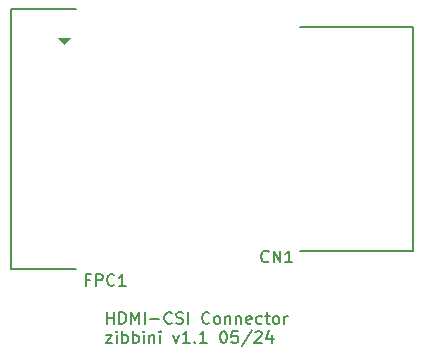
<source format=gbr>
%TF.GenerationSoftware,KiCad,Pcbnew,8.0.2*%
%TF.CreationDate,2024-06-01T15:43:41+01:00*%
%TF.ProjectId,hdmi-csi,68646d69-2d63-4736-992e-6b696361645f,rev?*%
%TF.SameCoordinates,Original*%
%TF.FileFunction,Legend,Top*%
%TF.FilePolarity,Positive*%
%FSLAX46Y46*%
G04 Gerber Fmt 4.6, Leading zero omitted, Abs format (unit mm)*
G04 Created by KiCad (PCBNEW 8.0.2) date 2024-06-01 15:43:41*
%MOMM*%
%LPD*%
G01*
G04 APERTURE LIST*
%ADD10C,0.150000*%
%ADD11C,0.100000*%
G04 APERTURE END LIST*
D10*
X161136779Y-84659875D02*
X161136779Y-83659875D01*
X161136779Y-84136065D02*
X161708207Y-84136065D01*
X161708207Y-84659875D02*
X161708207Y-83659875D01*
X162184398Y-84659875D02*
X162184398Y-83659875D01*
X162184398Y-83659875D02*
X162422493Y-83659875D01*
X162422493Y-83659875D02*
X162565350Y-83707494D01*
X162565350Y-83707494D02*
X162660588Y-83802732D01*
X162660588Y-83802732D02*
X162708207Y-83897970D01*
X162708207Y-83897970D02*
X162755826Y-84088446D01*
X162755826Y-84088446D02*
X162755826Y-84231303D01*
X162755826Y-84231303D02*
X162708207Y-84421779D01*
X162708207Y-84421779D02*
X162660588Y-84517017D01*
X162660588Y-84517017D02*
X162565350Y-84612256D01*
X162565350Y-84612256D02*
X162422493Y-84659875D01*
X162422493Y-84659875D02*
X162184398Y-84659875D01*
X163184398Y-84659875D02*
X163184398Y-83659875D01*
X163184398Y-83659875D02*
X163517731Y-84374160D01*
X163517731Y-84374160D02*
X163851064Y-83659875D01*
X163851064Y-83659875D02*
X163851064Y-84659875D01*
X164327255Y-84659875D02*
X164327255Y-83659875D01*
X164803445Y-84278922D02*
X165565350Y-84278922D01*
X166612968Y-84564636D02*
X166565349Y-84612256D01*
X166565349Y-84612256D02*
X166422492Y-84659875D01*
X166422492Y-84659875D02*
X166327254Y-84659875D01*
X166327254Y-84659875D02*
X166184397Y-84612256D01*
X166184397Y-84612256D02*
X166089159Y-84517017D01*
X166089159Y-84517017D02*
X166041540Y-84421779D01*
X166041540Y-84421779D02*
X165993921Y-84231303D01*
X165993921Y-84231303D02*
X165993921Y-84088446D01*
X165993921Y-84088446D02*
X166041540Y-83897970D01*
X166041540Y-83897970D02*
X166089159Y-83802732D01*
X166089159Y-83802732D02*
X166184397Y-83707494D01*
X166184397Y-83707494D02*
X166327254Y-83659875D01*
X166327254Y-83659875D02*
X166422492Y-83659875D01*
X166422492Y-83659875D02*
X166565349Y-83707494D01*
X166565349Y-83707494D02*
X166612968Y-83755113D01*
X166993921Y-84612256D02*
X167136778Y-84659875D01*
X167136778Y-84659875D02*
X167374873Y-84659875D01*
X167374873Y-84659875D02*
X167470111Y-84612256D01*
X167470111Y-84612256D02*
X167517730Y-84564636D01*
X167517730Y-84564636D02*
X167565349Y-84469398D01*
X167565349Y-84469398D02*
X167565349Y-84374160D01*
X167565349Y-84374160D02*
X167517730Y-84278922D01*
X167517730Y-84278922D02*
X167470111Y-84231303D01*
X167470111Y-84231303D02*
X167374873Y-84183684D01*
X167374873Y-84183684D02*
X167184397Y-84136065D01*
X167184397Y-84136065D02*
X167089159Y-84088446D01*
X167089159Y-84088446D02*
X167041540Y-84040827D01*
X167041540Y-84040827D02*
X166993921Y-83945589D01*
X166993921Y-83945589D02*
X166993921Y-83850351D01*
X166993921Y-83850351D02*
X167041540Y-83755113D01*
X167041540Y-83755113D02*
X167089159Y-83707494D01*
X167089159Y-83707494D02*
X167184397Y-83659875D01*
X167184397Y-83659875D02*
X167422492Y-83659875D01*
X167422492Y-83659875D02*
X167565349Y-83707494D01*
X167993921Y-84659875D02*
X167993921Y-83659875D01*
X169803444Y-84564636D02*
X169755825Y-84612256D01*
X169755825Y-84612256D02*
X169612968Y-84659875D01*
X169612968Y-84659875D02*
X169517730Y-84659875D01*
X169517730Y-84659875D02*
X169374873Y-84612256D01*
X169374873Y-84612256D02*
X169279635Y-84517017D01*
X169279635Y-84517017D02*
X169232016Y-84421779D01*
X169232016Y-84421779D02*
X169184397Y-84231303D01*
X169184397Y-84231303D02*
X169184397Y-84088446D01*
X169184397Y-84088446D02*
X169232016Y-83897970D01*
X169232016Y-83897970D02*
X169279635Y-83802732D01*
X169279635Y-83802732D02*
X169374873Y-83707494D01*
X169374873Y-83707494D02*
X169517730Y-83659875D01*
X169517730Y-83659875D02*
X169612968Y-83659875D01*
X169612968Y-83659875D02*
X169755825Y-83707494D01*
X169755825Y-83707494D02*
X169803444Y-83755113D01*
X170374873Y-84659875D02*
X170279635Y-84612256D01*
X170279635Y-84612256D02*
X170232016Y-84564636D01*
X170232016Y-84564636D02*
X170184397Y-84469398D01*
X170184397Y-84469398D02*
X170184397Y-84183684D01*
X170184397Y-84183684D02*
X170232016Y-84088446D01*
X170232016Y-84088446D02*
X170279635Y-84040827D01*
X170279635Y-84040827D02*
X170374873Y-83993208D01*
X170374873Y-83993208D02*
X170517730Y-83993208D01*
X170517730Y-83993208D02*
X170612968Y-84040827D01*
X170612968Y-84040827D02*
X170660587Y-84088446D01*
X170660587Y-84088446D02*
X170708206Y-84183684D01*
X170708206Y-84183684D02*
X170708206Y-84469398D01*
X170708206Y-84469398D02*
X170660587Y-84564636D01*
X170660587Y-84564636D02*
X170612968Y-84612256D01*
X170612968Y-84612256D02*
X170517730Y-84659875D01*
X170517730Y-84659875D02*
X170374873Y-84659875D01*
X171136778Y-83993208D02*
X171136778Y-84659875D01*
X171136778Y-84088446D02*
X171184397Y-84040827D01*
X171184397Y-84040827D02*
X171279635Y-83993208D01*
X171279635Y-83993208D02*
X171422492Y-83993208D01*
X171422492Y-83993208D02*
X171517730Y-84040827D01*
X171517730Y-84040827D02*
X171565349Y-84136065D01*
X171565349Y-84136065D02*
X171565349Y-84659875D01*
X172041540Y-83993208D02*
X172041540Y-84659875D01*
X172041540Y-84088446D02*
X172089159Y-84040827D01*
X172089159Y-84040827D02*
X172184397Y-83993208D01*
X172184397Y-83993208D02*
X172327254Y-83993208D01*
X172327254Y-83993208D02*
X172422492Y-84040827D01*
X172422492Y-84040827D02*
X172470111Y-84136065D01*
X172470111Y-84136065D02*
X172470111Y-84659875D01*
X173327254Y-84612256D02*
X173232016Y-84659875D01*
X173232016Y-84659875D02*
X173041540Y-84659875D01*
X173041540Y-84659875D02*
X172946302Y-84612256D01*
X172946302Y-84612256D02*
X172898683Y-84517017D01*
X172898683Y-84517017D02*
X172898683Y-84136065D01*
X172898683Y-84136065D02*
X172946302Y-84040827D01*
X172946302Y-84040827D02*
X173041540Y-83993208D01*
X173041540Y-83993208D02*
X173232016Y-83993208D01*
X173232016Y-83993208D02*
X173327254Y-84040827D01*
X173327254Y-84040827D02*
X173374873Y-84136065D01*
X173374873Y-84136065D02*
X173374873Y-84231303D01*
X173374873Y-84231303D02*
X172898683Y-84326541D01*
X174232016Y-84612256D02*
X174136778Y-84659875D01*
X174136778Y-84659875D02*
X173946302Y-84659875D01*
X173946302Y-84659875D02*
X173851064Y-84612256D01*
X173851064Y-84612256D02*
X173803445Y-84564636D01*
X173803445Y-84564636D02*
X173755826Y-84469398D01*
X173755826Y-84469398D02*
X173755826Y-84183684D01*
X173755826Y-84183684D02*
X173803445Y-84088446D01*
X173803445Y-84088446D02*
X173851064Y-84040827D01*
X173851064Y-84040827D02*
X173946302Y-83993208D01*
X173946302Y-83993208D02*
X174136778Y-83993208D01*
X174136778Y-83993208D02*
X174232016Y-84040827D01*
X174517731Y-83993208D02*
X174898683Y-83993208D01*
X174660588Y-83659875D02*
X174660588Y-84517017D01*
X174660588Y-84517017D02*
X174708207Y-84612256D01*
X174708207Y-84612256D02*
X174803445Y-84659875D01*
X174803445Y-84659875D02*
X174898683Y-84659875D01*
X175374874Y-84659875D02*
X175279636Y-84612256D01*
X175279636Y-84612256D02*
X175232017Y-84564636D01*
X175232017Y-84564636D02*
X175184398Y-84469398D01*
X175184398Y-84469398D02*
X175184398Y-84183684D01*
X175184398Y-84183684D02*
X175232017Y-84088446D01*
X175232017Y-84088446D02*
X175279636Y-84040827D01*
X175279636Y-84040827D02*
X175374874Y-83993208D01*
X175374874Y-83993208D02*
X175517731Y-83993208D01*
X175517731Y-83993208D02*
X175612969Y-84040827D01*
X175612969Y-84040827D02*
X175660588Y-84088446D01*
X175660588Y-84088446D02*
X175708207Y-84183684D01*
X175708207Y-84183684D02*
X175708207Y-84469398D01*
X175708207Y-84469398D02*
X175660588Y-84564636D01*
X175660588Y-84564636D02*
X175612969Y-84612256D01*
X175612969Y-84612256D02*
X175517731Y-84659875D01*
X175517731Y-84659875D02*
X175374874Y-84659875D01*
X176136779Y-84659875D02*
X176136779Y-83993208D01*
X176136779Y-84183684D02*
X176184398Y-84088446D01*
X176184398Y-84088446D02*
X176232017Y-84040827D01*
X176232017Y-84040827D02*
X176327255Y-83993208D01*
X176327255Y-83993208D02*
X176422493Y-83993208D01*
X161041541Y-85603152D02*
X161565350Y-85603152D01*
X161565350Y-85603152D02*
X161041541Y-86269819D01*
X161041541Y-86269819D02*
X161565350Y-86269819D01*
X161946303Y-86269819D02*
X161946303Y-85603152D01*
X161946303Y-85269819D02*
X161898684Y-85317438D01*
X161898684Y-85317438D02*
X161946303Y-85365057D01*
X161946303Y-85365057D02*
X161993922Y-85317438D01*
X161993922Y-85317438D02*
X161946303Y-85269819D01*
X161946303Y-85269819D02*
X161946303Y-85365057D01*
X162422493Y-86269819D02*
X162422493Y-85269819D01*
X162422493Y-85650771D02*
X162517731Y-85603152D01*
X162517731Y-85603152D02*
X162708207Y-85603152D01*
X162708207Y-85603152D02*
X162803445Y-85650771D01*
X162803445Y-85650771D02*
X162851064Y-85698390D01*
X162851064Y-85698390D02*
X162898683Y-85793628D01*
X162898683Y-85793628D02*
X162898683Y-86079342D01*
X162898683Y-86079342D02*
X162851064Y-86174580D01*
X162851064Y-86174580D02*
X162803445Y-86222200D01*
X162803445Y-86222200D02*
X162708207Y-86269819D01*
X162708207Y-86269819D02*
X162517731Y-86269819D01*
X162517731Y-86269819D02*
X162422493Y-86222200D01*
X163327255Y-86269819D02*
X163327255Y-85269819D01*
X163327255Y-85650771D02*
X163422493Y-85603152D01*
X163422493Y-85603152D02*
X163612969Y-85603152D01*
X163612969Y-85603152D02*
X163708207Y-85650771D01*
X163708207Y-85650771D02*
X163755826Y-85698390D01*
X163755826Y-85698390D02*
X163803445Y-85793628D01*
X163803445Y-85793628D02*
X163803445Y-86079342D01*
X163803445Y-86079342D02*
X163755826Y-86174580D01*
X163755826Y-86174580D02*
X163708207Y-86222200D01*
X163708207Y-86222200D02*
X163612969Y-86269819D01*
X163612969Y-86269819D02*
X163422493Y-86269819D01*
X163422493Y-86269819D02*
X163327255Y-86222200D01*
X164232017Y-86269819D02*
X164232017Y-85603152D01*
X164232017Y-85269819D02*
X164184398Y-85317438D01*
X164184398Y-85317438D02*
X164232017Y-85365057D01*
X164232017Y-85365057D02*
X164279636Y-85317438D01*
X164279636Y-85317438D02*
X164232017Y-85269819D01*
X164232017Y-85269819D02*
X164232017Y-85365057D01*
X164708207Y-85603152D02*
X164708207Y-86269819D01*
X164708207Y-85698390D02*
X164755826Y-85650771D01*
X164755826Y-85650771D02*
X164851064Y-85603152D01*
X164851064Y-85603152D02*
X164993921Y-85603152D01*
X164993921Y-85603152D02*
X165089159Y-85650771D01*
X165089159Y-85650771D02*
X165136778Y-85746009D01*
X165136778Y-85746009D02*
X165136778Y-86269819D01*
X165612969Y-86269819D02*
X165612969Y-85603152D01*
X165612969Y-85269819D02*
X165565350Y-85317438D01*
X165565350Y-85317438D02*
X165612969Y-85365057D01*
X165612969Y-85365057D02*
X165660588Y-85317438D01*
X165660588Y-85317438D02*
X165612969Y-85269819D01*
X165612969Y-85269819D02*
X165612969Y-85365057D01*
X166755826Y-85603152D02*
X166993921Y-86269819D01*
X166993921Y-86269819D02*
X167232016Y-85603152D01*
X168136778Y-86269819D02*
X167565350Y-86269819D01*
X167851064Y-86269819D02*
X167851064Y-85269819D01*
X167851064Y-85269819D02*
X167755826Y-85412676D01*
X167755826Y-85412676D02*
X167660588Y-85507914D01*
X167660588Y-85507914D02*
X167565350Y-85555533D01*
X168565350Y-86174580D02*
X168612969Y-86222200D01*
X168612969Y-86222200D02*
X168565350Y-86269819D01*
X168565350Y-86269819D02*
X168517731Y-86222200D01*
X168517731Y-86222200D02*
X168565350Y-86174580D01*
X168565350Y-86174580D02*
X168565350Y-86269819D01*
X169565349Y-86269819D02*
X168993921Y-86269819D01*
X169279635Y-86269819D02*
X169279635Y-85269819D01*
X169279635Y-85269819D02*
X169184397Y-85412676D01*
X169184397Y-85412676D02*
X169089159Y-85507914D01*
X169089159Y-85507914D02*
X168993921Y-85555533D01*
X170946302Y-85269819D02*
X171041540Y-85269819D01*
X171041540Y-85269819D02*
X171136778Y-85317438D01*
X171136778Y-85317438D02*
X171184397Y-85365057D01*
X171184397Y-85365057D02*
X171232016Y-85460295D01*
X171232016Y-85460295D02*
X171279635Y-85650771D01*
X171279635Y-85650771D02*
X171279635Y-85888866D01*
X171279635Y-85888866D02*
X171232016Y-86079342D01*
X171232016Y-86079342D02*
X171184397Y-86174580D01*
X171184397Y-86174580D02*
X171136778Y-86222200D01*
X171136778Y-86222200D02*
X171041540Y-86269819D01*
X171041540Y-86269819D02*
X170946302Y-86269819D01*
X170946302Y-86269819D02*
X170851064Y-86222200D01*
X170851064Y-86222200D02*
X170803445Y-86174580D01*
X170803445Y-86174580D02*
X170755826Y-86079342D01*
X170755826Y-86079342D02*
X170708207Y-85888866D01*
X170708207Y-85888866D02*
X170708207Y-85650771D01*
X170708207Y-85650771D02*
X170755826Y-85460295D01*
X170755826Y-85460295D02*
X170803445Y-85365057D01*
X170803445Y-85365057D02*
X170851064Y-85317438D01*
X170851064Y-85317438D02*
X170946302Y-85269819D01*
X172184397Y-85269819D02*
X171708207Y-85269819D01*
X171708207Y-85269819D02*
X171660588Y-85746009D01*
X171660588Y-85746009D02*
X171708207Y-85698390D01*
X171708207Y-85698390D02*
X171803445Y-85650771D01*
X171803445Y-85650771D02*
X172041540Y-85650771D01*
X172041540Y-85650771D02*
X172136778Y-85698390D01*
X172136778Y-85698390D02*
X172184397Y-85746009D01*
X172184397Y-85746009D02*
X172232016Y-85841247D01*
X172232016Y-85841247D02*
X172232016Y-86079342D01*
X172232016Y-86079342D02*
X172184397Y-86174580D01*
X172184397Y-86174580D02*
X172136778Y-86222200D01*
X172136778Y-86222200D02*
X172041540Y-86269819D01*
X172041540Y-86269819D02*
X171803445Y-86269819D01*
X171803445Y-86269819D02*
X171708207Y-86222200D01*
X171708207Y-86222200D02*
X171660588Y-86174580D01*
X173374873Y-85222200D02*
X172517731Y-86507914D01*
X173660588Y-85365057D02*
X173708207Y-85317438D01*
X173708207Y-85317438D02*
X173803445Y-85269819D01*
X173803445Y-85269819D02*
X174041540Y-85269819D01*
X174041540Y-85269819D02*
X174136778Y-85317438D01*
X174136778Y-85317438D02*
X174184397Y-85365057D01*
X174184397Y-85365057D02*
X174232016Y-85460295D01*
X174232016Y-85460295D02*
X174232016Y-85555533D01*
X174232016Y-85555533D02*
X174184397Y-85698390D01*
X174184397Y-85698390D02*
X173612969Y-86269819D01*
X173612969Y-86269819D02*
X174232016Y-86269819D01*
X175089159Y-85603152D02*
X175089159Y-86269819D01*
X174851064Y-85222200D02*
X174612969Y-85936485D01*
X174612969Y-85936485D02*
X175232016Y-85936485D01*
X159666666Y-80931009D02*
X159333333Y-80931009D01*
X159333333Y-81454819D02*
X159333333Y-80454819D01*
X159333333Y-80454819D02*
X159809523Y-80454819D01*
X160190476Y-81454819D02*
X160190476Y-80454819D01*
X160190476Y-80454819D02*
X160571428Y-80454819D01*
X160571428Y-80454819D02*
X160666666Y-80502438D01*
X160666666Y-80502438D02*
X160714285Y-80550057D01*
X160714285Y-80550057D02*
X160761904Y-80645295D01*
X160761904Y-80645295D02*
X160761904Y-80788152D01*
X160761904Y-80788152D02*
X160714285Y-80883390D01*
X160714285Y-80883390D02*
X160666666Y-80931009D01*
X160666666Y-80931009D02*
X160571428Y-80978628D01*
X160571428Y-80978628D02*
X160190476Y-80978628D01*
X161761904Y-81359580D02*
X161714285Y-81407200D01*
X161714285Y-81407200D02*
X161571428Y-81454819D01*
X161571428Y-81454819D02*
X161476190Y-81454819D01*
X161476190Y-81454819D02*
X161333333Y-81407200D01*
X161333333Y-81407200D02*
X161238095Y-81311961D01*
X161238095Y-81311961D02*
X161190476Y-81216723D01*
X161190476Y-81216723D02*
X161142857Y-81026247D01*
X161142857Y-81026247D02*
X161142857Y-80883390D01*
X161142857Y-80883390D02*
X161190476Y-80692914D01*
X161190476Y-80692914D02*
X161238095Y-80597676D01*
X161238095Y-80597676D02*
X161333333Y-80502438D01*
X161333333Y-80502438D02*
X161476190Y-80454819D01*
X161476190Y-80454819D02*
X161571428Y-80454819D01*
X161571428Y-80454819D02*
X161714285Y-80502438D01*
X161714285Y-80502438D02*
X161761904Y-80550057D01*
X162714285Y-81454819D02*
X162142857Y-81454819D01*
X162428571Y-81454819D02*
X162428571Y-80454819D01*
X162428571Y-80454819D02*
X162333333Y-80597676D01*
X162333333Y-80597676D02*
X162238095Y-80692914D01*
X162238095Y-80692914D02*
X162142857Y-80740533D01*
X174809523Y-79359580D02*
X174761904Y-79407200D01*
X174761904Y-79407200D02*
X174619047Y-79454819D01*
X174619047Y-79454819D02*
X174523809Y-79454819D01*
X174523809Y-79454819D02*
X174380952Y-79407200D01*
X174380952Y-79407200D02*
X174285714Y-79311961D01*
X174285714Y-79311961D02*
X174238095Y-79216723D01*
X174238095Y-79216723D02*
X174190476Y-79026247D01*
X174190476Y-79026247D02*
X174190476Y-78883390D01*
X174190476Y-78883390D02*
X174238095Y-78692914D01*
X174238095Y-78692914D02*
X174285714Y-78597676D01*
X174285714Y-78597676D02*
X174380952Y-78502438D01*
X174380952Y-78502438D02*
X174523809Y-78454819D01*
X174523809Y-78454819D02*
X174619047Y-78454819D01*
X174619047Y-78454819D02*
X174761904Y-78502438D01*
X174761904Y-78502438D02*
X174809523Y-78550057D01*
X175238095Y-79454819D02*
X175238095Y-78454819D01*
X175238095Y-78454819D02*
X175809523Y-79454819D01*
X175809523Y-79454819D02*
X175809523Y-78454819D01*
X176809523Y-79454819D02*
X176238095Y-79454819D01*
X176523809Y-79454819D02*
X176523809Y-78454819D01*
X176523809Y-78454819D02*
X176428571Y-78597676D01*
X176428571Y-78597676D02*
X176333333Y-78692914D01*
X176333333Y-78692914D02*
X176238095Y-78740533D01*
D11*
%TO.C,FPC1*%
X157500000Y-61000000D02*
X157000000Y-60500000D01*
X158000000Y-60500000D01*
X157500000Y-61000000D01*
G36*
X157500000Y-61000000D02*
G01*
X157000000Y-60500000D01*
X158000000Y-60500000D01*
X157500000Y-61000000D01*
G37*
D10*
X158500000Y-58000000D02*
X153000000Y-58000000D01*
X153000000Y-80000000D02*
X158500000Y-80000000D01*
X153000000Y-58000000D02*
X153000000Y-80000000D01*
%TO.C,CN1*%
X177500000Y-59500000D02*
X187000000Y-59500000D01*
X177500000Y-78500000D02*
X187000000Y-78500000D01*
X187000000Y-78500000D02*
X187000000Y-59500000D01*
%TD*%
M02*

</source>
